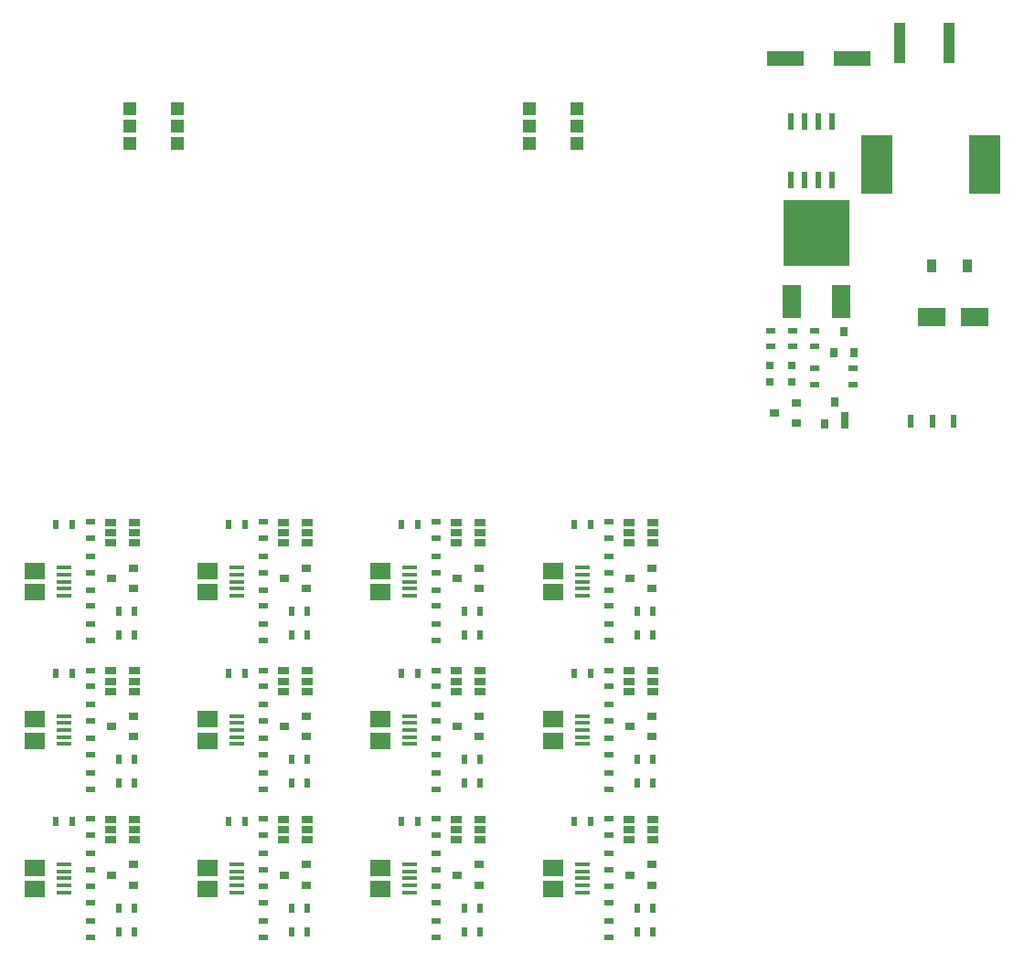
<source format=gtp>
%MOIN*%
%OFA0B0*%
%FSLAX46Y46*%
%IPPOS*%
%LPD*%
%ADD10C,0.0039370078740157488*%
%ADD11R,0.074803149606299218X0.059055118110236227*%
%ADD12R,0.053149606299212608X0.015748031496062995*%
%ADD13R,0.035433070866141732X0.031496062992125991*%
%ADD14R,0.041732283464566935X0.025590551181102365*%
%ADD15R,0.035433070866141732X0.01968503937007874*%
%ADD16R,0.01968503937007874X0.035433070866141732*%
%ADD27C,0.0039370078740157488*%
%ADD28R,0.074803149606299218X0.059055118110236227*%
%ADD29R,0.053149606299212608X0.015748031496062995*%
%ADD30R,0.035433070866141732X0.031496062992125991*%
%ADD31R,0.041732283464566935X0.025590551181102365*%
%ADD32R,0.035433070866141732X0.01968503937007874*%
%ADD33R,0.01968503937007874X0.035433070866141732*%
%ADD34C,0.0039370078740157488*%
%ADD35R,0.074803149606299218X0.059055118110236227*%
%ADD36R,0.053149606299212608X0.015748031496062995*%
%ADD37R,0.035433070866141732X0.031496062992125991*%
%ADD38R,0.041732283464566935X0.025590551181102365*%
%ADD39R,0.035433070866141732X0.01968503937007874*%
%ADD40R,0.01968503937007874X0.035433070866141732*%
%ADD41C,0.0039370078740157488*%
%ADD42R,0.074803149606299218X0.059055118110236227*%
%ADD43R,0.053149606299212608X0.015748031496062995*%
%ADD44R,0.035433070866141732X0.031496062992125991*%
%ADD45R,0.041732283464566935X0.025590551181102365*%
%ADD46R,0.035433070866141732X0.01968503937007874*%
%ADD47R,0.01968503937007874X0.035433070866141732*%
%ADD48C,0.0039370078740157488*%
%ADD49R,0.074803149606299218X0.059055118110236227*%
%ADD50R,0.053149606299212608X0.015748031496062995*%
%ADD51R,0.035433070866141732X0.031496062992125991*%
%ADD52R,0.041732283464566935X0.025590551181102365*%
%ADD53R,0.035433070866141732X0.01968503937007874*%
%ADD54R,0.01968503937007874X0.035433070866141732*%
%ADD55C,0.0039370078740157488*%
%ADD56R,0.074803149606299218X0.059055118110236227*%
%ADD57R,0.053149606299212608X0.015748031496062995*%
%ADD58R,0.035433070866141732X0.031496062992125991*%
%ADD59R,0.041732283464566935X0.025590551181102365*%
%ADD60R,0.035433070866141732X0.01968503937007874*%
%ADD61R,0.01968503937007874X0.035433070866141732*%
%ADD62C,0.0039370078740157488*%
%ADD63R,0.074803149606299218X0.059055118110236227*%
%ADD64R,0.053149606299212608X0.015748031496062995*%
%ADD65R,0.035433070866141732X0.031496062992125991*%
%ADD66R,0.041732283464566935X0.025590551181102365*%
%ADD67R,0.035433070866141732X0.01968503937007874*%
%ADD68R,0.01968503937007874X0.035433070866141732*%
%ADD69C,0.0039370078740157488*%
%ADD70R,0.074803149606299218X0.059055118110236227*%
%ADD71R,0.053149606299212608X0.015748031496062995*%
%ADD72R,0.035433070866141732X0.031496062992125991*%
%ADD73R,0.041732283464566935X0.025590551181102365*%
%ADD74R,0.035433070866141732X0.01968503937007874*%
%ADD75R,0.01968503937007874X0.035433070866141732*%
%ADD76C,0.0039370078740157488*%
%ADD77R,0.074803149606299218X0.059055118110236227*%
%ADD78R,0.053149606299212608X0.015748031496062995*%
%ADD79R,0.035433070866141732X0.031496062992125991*%
%ADD80R,0.041732283464566935X0.025590551181102365*%
%ADD81R,0.035433070866141732X0.01968503937007874*%
%ADD82R,0.01968503937007874X0.035433070866141732*%
%ADD83C,0.0039370078740157488*%
%ADD84R,0.074803149606299218X0.059055118110236227*%
%ADD85R,0.053149606299212608X0.015748031496062995*%
%ADD86R,0.035433070866141732X0.031496062992125991*%
%ADD87R,0.041732283464566935X0.025590551181102365*%
%ADD88R,0.035433070866141732X0.01968503937007874*%
%ADD89R,0.01968503937007874X0.035433070866141732*%
%ADD90C,0.0039370078740157488*%
%ADD91R,0.074803149606299218X0.059055118110236227*%
%ADD92R,0.053149606299212608X0.015748031496062995*%
%ADD93R,0.035433070866141732X0.031496062992125991*%
%ADD94R,0.041732283464566935X0.025590551181102365*%
%ADD95R,0.035433070866141732X0.01968503937007874*%
%ADD96R,0.01968503937007874X0.035433070866141732*%
%ADD97C,0.0039370078740157488*%
%ADD98R,0.074803149606299218X0.059055118110236227*%
%ADD99R,0.053149606299212608X0.015748031496062995*%
%ADD100R,0.035433070866141732X0.031496062992125991*%
%ADD101R,0.041732283464566935X0.025590551181102365*%
%ADD102R,0.035433070866141732X0.01968503937007874*%
%ADD103R,0.01968503937007874X0.035433070866141732*%
%ADD104C,0.0039370078740157488*%
%ADD105R,0.065X0.12000000000000001*%
%ADD106R,0.24000000000000002X0.24000000000000002*%
%ADD107R,0.03937007874015748X0.14960629921259844*%
%ADD108R,0.13385826771653545X0.055118110236220472*%
%ADD109R,0.01968503937007874X0.047244094488188976*%
%ADD110R,0.023622047244094488X0.0610236220472441*%
%ADD111R,0.1141732283464567X0.21259842519685043*%
%ADD112R,0.031496062992125991X0.035433070866141732*%
%ADD113R,0.035433070866141732X0.047244094488188976*%
%ADD114R,0.0984251968503937X0.070866141732283464*%
%ADD115R,0.029527559055118113X0.031496062992125991*%
%ADD116R,0.035433070866141732X0.01968503937007874*%
%ADD117R,0.035433070866141732X0.031496062992125991*%
%ADD118R,0.031496062992125991X0.03937007874015748*%
%ADD119C,0.0039370078740157488*%
%ADD120R,0.047244094488188976X0.047244094488188976*%
%ADD121C,0.0039370078740157488*%
%ADD122R,0.047244094488188976X0.047244094488188976*%
%ADD123C,0.0039370078740157488*%
%ADD124C,0.0039370078740157488*%
G01G01*
D10*
D11*
X0000196850Y0001181102D02*
X0000275984Y0001409448D03*
D12*
X0000382283Y0001474409D03*
X0000382283Y0001500000D03*
X0000382283Y0001397637D03*
X0000382283Y0001423228D03*
X0000382283Y0001448818D03*
D11*
X0000275984Y0001488188D03*
D13*
X0000635433Y0001424409D03*
X0000635433Y0001499212D03*
X0000556692Y0001461810D03*
D14*
X0000553937Y0001664566D03*
X0000553937Y0001627165D03*
X0000553937Y0001589763D03*
X0000640551Y0001589763D03*
X0000640551Y0001664566D03*
X0000640551Y0001627165D03*
D15*
X0000481102Y0001666929D03*
X0000481102Y0001607874D03*
X0000481102Y0001481889D03*
X0000481102Y0001540944D03*
D16*
X0000412598Y0001656299D03*
X0000353543Y0001656299D03*
D15*
X0000481102Y0001360236D03*
X0000481102Y0001419291D03*
X0000481102Y0001292913D03*
X0000481102Y0001233858D03*
D16*
X0000640944Y0001254724D03*
X0000581889Y0001254724D03*
X0000640944Y0001340944D03*
X0000581889Y0001340944D03*
G04 next file*
G04 Gerber Fmt 4.6, Leading zero omitted, Abs format (unit mm)*
G04 Created by KiCad (PCBNEW 4.0.7) date 11/16/17 17:14:57*
G01G01*
G04 APERTURE LIST*
G04 APERTURE END LIST*
D27*
D28*
X0000196850Y0000639763D02*
X0000275984Y0000868110D03*
D29*
X0000382283Y0000933070D03*
X0000382283Y0000958661D03*
X0000382283Y0000856299D03*
X0000382283Y0000881889D03*
X0000382283Y0000907480D03*
D28*
X0000275984Y0000946850D03*
D30*
X0000635433Y0000883070D03*
X0000635433Y0000957874D03*
X0000556692Y0000920472D03*
D31*
X0000553937Y0001123228D03*
X0000553937Y0001085826D03*
X0000553937Y0001048425D03*
X0000640551Y0001048425D03*
X0000640551Y0001123228D03*
X0000640551Y0001085826D03*
D32*
X0000481102Y0001125590D03*
X0000481102Y0001066535D03*
X0000481102Y0000940551D03*
X0000481102Y0000999606D03*
D33*
X0000412598Y0001114960D03*
X0000353543Y0001114960D03*
D32*
X0000481102Y0000818897D03*
X0000481102Y0000877952D03*
X0000481102Y0000751574D03*
X0000481102Y0000692519D03*
D33*
X0000640944Y0000713385D03*
X0000581889Y0000713385D03*
X0000640944Y0000799606D03*
X0000581889Y0000799606D03*
G04 next file*
G04 Gerber Fmt 4.6, Leading zero omitted, Abs format (unit mm)*
G04 Created by KiCad (PCBNEW 4.0.7) date 11/16/17 17:14:57*
G01G01*
G04 APERTURE LIST*
G04 APERTURE END LIST*
D34*
D35*
X0000196850Y0000098425D02*
X0000275984Y0000326771D03*
D36*
X0000382283Y0000391732D03*
X0000382283Y0000417322D03*
X0000382283Y0000314960D03*
X0000382283Y0000340551D03*
X0000382283Y0000366141D03*
D35*
X0000275984Y0000405511D03*
D37*
X0000635433Y0000341732D03*
X0000635433Y0000416535D03*
X0000556692Y0000379133D03*
D38*
X0000553937Y0000581889D03*
X0000553937Y0000544488D03*
X0000553937Y0000507086D03*
X0000640551Y0000507086D03*
X0000640551Y0000581889D03*
X0000640551Y0000544488D03*
D39*
X0000481102Y0000584251D03*
X0000481102Y0000525196D03*
X0000481102Y0000399212D03*
X0000481102Y0000458267D03*
D40*
X0000412598Y0000573622D03*
X0000353543Y0000573622D03*
D39*
X0000481102Y0000277559D03*
X0000481102Y0000336614D03*
X0000481102Y0000210236D03*
X0000481102Y0000151181D03*
D40*
X0000640944Y0000172047D03*
X0000581889Y0000172047D03*
X0000640944Y0000258267D03*
X0000581889Y0000258267D03*
G04 next file*
G04 Gerber Fmt 4.6, Leading zero omitted, Abs format (unit mm)*
G04 Created by KiCad (PCBNEW 4.0.7) date 11/16/17 17:14:57*
G01G01*
G04 APERTURE LIST*
G04 APERTURE END LIST*
D41*
D42*
X0000826771Y0001181102D02*
X0000905905Y0001409448D03*
D43*
X0001012204Y0001474409D03*
X0001012204Y0001500000D03*
X0001012204Y0001397637D03*
X0001012204Y0001423228D03*
X0001012204Y0001448818D03*
D42*
X0000905905Y0001488188D03*
D44*
X0001265354Y0001424409D03*
X0001265354Y0001499212D03*
X0001186614Y0001461810D03*
D45*
X0001183858Y0001664566D03*
X0001183858Y0001627165D03*
X0001183858Y0001589763D03*
X0001270472Y0001589763D03*
X0001270472Y0001664566D03*
X0001270472Y0001627165D03*
D46*
X0001111023Y0001666929D03*
X0001111023Y0001607874D03*
X0001111023Y0001481889D03*
X0001111023Y0001540944D03*
D47*
X0001042519Y0001656299D03*
X0000983464Y0001656299D03*
D46*
X0001111023Y0001360236D03*
X0001111023Y0001419291D03*
X0001111023Y0001292913D03*
X0001111023Y0001233858D03*
D47*
X0001270866Y0001254724D03*
X0001211811Y0001254724D03*
X0001270866Y0001340944D03*
X0001211811Y0001340944D03*
G04 next file*
G04 Gerber Fmt 4.6, Leading zero omitted, Abs format (unit mm)*
G04 Created by KiCad (PCBNEW 4.0.7) date 11/16/17 17:14:57*
G01G01*
G04 APERTURE LIST*
G04 APERTURE END LIST*
D48*
D49*
X0000826771Y0000639763D02*
X0000905905Y0000868110D03*
D50*
X0001012204Y0000933070D03*
X0001012204Y0000958661D03*
X0001012204Y0000856299D03*
X0001012204Y0000881889D03*
X0001012204Y0000907480D03*
D49*
X0000905905Y0000946850D03*
D51*
X0001265354Y0000883070D03*
X0001265354Y0000957874D03*
X0001186614Y0000920472D03*
D52*
X0001183858Y0001123228D03*
X0001183858Y0001085826D03*
X0001183858Y0001048425D03*
X0001270472Y0001048425D03*
X0001270472Y0001123228D03*
X0001270472Y0001085826D03*
D53*
X0001111023Y0001125590D03*
X0001111023Y0001066535D03*
X0001111023Y0000940551D03*
X0001111023Y0000999606D03*
D54*
X0001042519Y0001114960D03*
X0000983464Y0001114960D03*
D53*
X0001111023Y0000818897D03*
X0001111023Y0000877952D03*
X0001111023Y0000751574D03*
X0001111023Y0000692519D03*
D54*
X0001270866Y0000713385D03*
X0001211811Y0000713385D03*
X0001270866Y0000799606D03*
X0001211811Y0000799606D03*
G04 next file*
G04 Gerber Fmt 4.6, Leading zero omitted, Abs format (unit mm)*
G04 Created by KiCad (PCBNEW 4.0.7) date 11/16/17 17:14:57*
G01G01*
G04 APERTURE LIST*
G04 APERTURE END LIST*
D55*
D56*
X0000826771Y0000098425D02*
X0000905905Y0000326771D03*
D57*
X0001012204Y0000391732D03*
X0001012204Y0000417322D03*
X0001012204Y0000314960D03*
X0001012204Y0000340551D03*
X0001012204Y0000366141D03*
D56*
X0000905905Y0000405511D03*
D58*
X0001265354Y0000341732D03*
X0001265354Y0000416535D03*
X0001186614Y0000379133D03*
D59*
X0001183858Y0000581889D03*
X0001183858Y0000544488D03*
X0001183858Y0000507086D03*
X0001270472Y0000507086D03*
X0001270472Y0000581889D03*
X0001270472Y0000544488D03*
D60*
X0001111023Y0000584251D03*
X0001111023Y0000525196D03*
X0001111023Y0000399212D03*
X0001111023Y0000458267D03*
D61*
X0001042519Y0000573622D03*
X0000983464Y0000573622D03*
D60*
X0001111023Y0000277559D03*
X0001111023Y0000336614D03*
X0001111023Y0000210236D03*
X0001111023Y0000151181D03*
D61*
X0001270866Y0000172047D03*
X0001211811Y0000172047D03*
X0001270866Y0000258267D03*
X0001211811Y0000258267D03*
G04 next file*
G04 Gerber Fmt 4.6, Leading zero omitted, Abs format (unit mm)*
G04 Created by KiCad (PCBNEW 4.0.7) date 11/16/17 17:14:57*
G01G01*
G04 APERTURE LIST*
G04 APERTURE END LIST*
D62*
D63*
X0001456692Y0001181102D02*
X0001535826Y0001409448D03*
D64*
X0001642125Y0001474409D03*
X0001642125Y0001500000D03*
X0001642125Y0001397637D03*
X0001642125Y0001423228D03*
X0001642125Y0001448818D03*
D63*
X0001535826Y0001488188D03*
D65*
X0001895275Y0001424409D03*
X0001895275Y0001499212D03*
X0001816535Y0001461810D03*
D66*
X0001813779Y0001664566D03*
X0001813779Y0001627165D03*
X0001813779Y0001589763D03*
X0001900393Y0001589763D03*
X0001900393Y0001664566D03*
X0001900393Y0001627165D03*
D67*
X0001740944Y0001666929D03*
X0001740944Y0001607874D03*
X0001740944Y0001481889D03*
X0001740944Y0001540944D03*
D68*
X0001672440Y0001656299D03*
X0001613385Y0001656299D03*
D67*
X0001740944Y0001360236D03*
X0001740944Y0001419291D03*
X0001740944Y0001292913D03*
X0001740944Y0001233858D03*
D68*
X0001900787Y0001254724D03*
X0001841732Y0001254724D03*
X0001900787Y0001340944D03*
X0001841732Y0001340944D03*
G04 next file*
G04 Gerber Fmt 4.6, Leading zero omitted, Abs format (unit mm)*
G04 Created by KiCad (PCBNEW 4.0.7) date 11/16/17 17:14:57*
G01G01*
G04 APERTURE LIST*
G04 APERTURE END LIST*
D69*
D70*
X0001456692Y0000639763D02*
X0001535826Y0000868110D03*
D71*
X0001642125Y0000933070D03*
X0001642125Y0000958661D03*
X0001642125Y0000856299D03*
X0001642125Y0000881889D03*
X0001642125Y0000907480D03*
D70*
X0001535826Y0000946850D03*
D72*
X0001895275Y0000883070D03*
X0001895275Y0000957874D03*
X0001816535Y0000920472D03*
D73*
X0001813779Y0001123228D03*
X0001813779Y0001085826D03*
X0001813779Y0001048425D03*
X0001900393Y0001048425D03*
X0001900393Y0001123228D03*
X0001900393Y0001085826D03*
D74*
X0001740944Y0001125590D03*
X0001740944Y0001066535D03*
X0001740944Y0000940551D03*
X0001740944Y0000999606D03*
D75*
X0001672440Y0001114960D03*
X0001613385Y0001114960D03*
D74*
X0001740944Y0000818897D03*
X0001740944Y0000877952D03*
X0001740944Y0000751574D03*
X0001740944Y0000692519D03*
D75*
X0001900787Y0000713385D03*
X0001841732Y0000713385D03*
X0001900787Y0000799606D03*
X0001841732Y0000799606D03*
G04 next file*
G04 Gerber Fmt 4.6, Leading zero omitted, Abs format (unit mm)*
G04 Created by KiCad (PCBNEW 4.0.7) date 11/16/17 17:14:57*
G01G01*
G04 APERTURE LIST*
G04 APERTURE END LIST*
D76*
D77*
X0001456692Y0000098425D02*
X0001535826Y0000326771D03*
D78*
X0001642125Y0000391732D03*
X0001642125Y0000417322D03*
X0001642125Y0000314960D03*
X0001642125Y0000340551D03*
X0001642125Y0000366141D03*
D77*
X0001535826Y0000405511D03*
D79*
X0001895275Y0000341732D03*
X0001895275Y0000416535D03*
X0001816535Y0000379133D03*
D80*
X0001813779Y0000581889D03*
X0001813779Y0000544488D03*
X0001813779Y0000507086D03*
X0001900393Y0000507086D03*
X0001900393Y0000581889D03*
X0001900393Y0000544488D03*
D81*
X0001740944Y0000584251D03*
X0001740944Y0000525196D03*
X0001740944Y0000399212D03*
X0001740944Y0000458267D03*
D82*
X0001672440Y0000573622D03*
X0001613385Y0000573622D03*
D81*
X0001740944Y0000277559D03*
X0001740944Y0000336614D03*
X0001740944Y0000210236D03*
X0001740944Y0000151181D03*
D82*
X0001900787Y0000172047D03*
X0001841732Y0000172047D03*
X0001900787Y0000258267D03*
X0001841732Y0000258267D03*
G04 next file*
G04 Gerber Fmt 4.6, Leading zero omitted, Abs format (unit mm)*
G04 Created by KiCad (PCBNEW 4.0.7) date 11/16/17 17:14:57*
G01G01*
G04 APERTURE LIST*
G04 APERTURE END LIST*
D83*
D84*
X0002086614Y0001181102D02*
X0002165748Y0001409448D03*
D85*
X0002272047Y0001474409D03*
X0002272047Y0001500000D03*
X0002272047Y0001397637D03*
X0002272047Y0001423228D03*
X0002272047Y0001448818D03*
D84*
X0002165748Y0001488188D03*
D86*
X0002525196Y0001424409D03*
X0002525196Y0001499212D03*
X0002446456Y0001461810D03*
D87*
X0002443700Y0001664566D03*
X0002443700Y0001627165D03*
X0002443700Y0001589763D03*
X0002530314Y0001589763D03*
X0002530314Y0001664566D03*
X0002530314Y0001627165D03*
D88*
X0002370866Y0001666929D03*
X0002370866Y0001607874D03*
X0002370866Y0001481889D03*
X0002370866Y0001540944D03*
D89*
X0002302362Y0001656299D03*
X0002243307Y0001656299D03*
D88*
X0002370866Y0001360236D03*
X0002370866Y0001419291D03*
X0002370866Y0001292913D03*
X0002370866Y0001233858D03*
D89*
X0002530708Y0001254724D03*
X0002471653Y0001254724D03*
X0002530708Y0001340944D03*
X0002471653Y0001340944D03*
G04 next file*
G04 Gerber Fmt 4.6, Leading zero omitted, Abs format (unit mm)*
G04 Created by KiCad (PCBNEW 4.0.7) date 11/16/17 17:14:57*
G01G01*
G04 APERTURE LIST*
G04 APERTURE END LIST*
D90*
D91*
X0002086614Y0000639763D02*
X0002165748Y0000868110D03*
D92*
X0002272047Y0000933070D03*
X0002272047Y0000958661D03*
X0002272047Y0000856299D03*
X0002272047Y0000881889D03*
X0002272047Y0000907480D03*
D91*
X0002165748Y0000946850D03*
D93*
X0002525196Y0000883070D03*
X0002525196Y0000957874D03*
X0002446456Y0000920472D03*
D94*
X0002443700Y0001123228D03*
X0002443700Y0001085826D03*
X0002443700Y0001048425D03*
X0002530314Y0001048425D03*
X0002530314Y0001123228D03*
X0002530314Y0001085826D03*
D95*
X0002370866Y0001125590D03*
X0002370866Y0001066535D03*
X0002370866Y0000940551D03*
X0002370866Y0000999606D03*
D96*
X0002302362Y0001114960D03*
X0002243307Y0001114960D03*
D95*
X0002370866Y0000818897D03*
X0002370866Y0000877952D03*
X0002370866Y0000751574D03*
X0002370866Y0000692519D03*
D96*
X0002530708Y0000713385D03*
X0002471653Y0000713385D03*
X0002530708Y0000799606D03*
X0002471653Y0000799606D03*
G04 next file*
G04 Gerber Fmt 4.6, Leading zero omitted, Abs format (unit mm)*
G04 Created by KiCad (PCBNEW 4.0.7) date 11/16/17 17:14:57*
G01G01*
G04 APERTURE LIST*
G04 APERTURE END LIST*
D97*
D98*
X0002086614Y0000098425D02*
X0002165748Y0000326771D03*
D99*
X0002272047Y0000391732D03*
X0002272047Y0000417322D03*
X0002272047Y0000314960D03*
X0002272047Y0000340551D03*
X0002272047Y0000366141D03*
D98*
X0002165748Y0000405511D03*
D100*
X0002525196Y0000341732D03*
X0002525196Y0000416535D03*
X0002446456Y0000379133D03*
D101*
X0002443700Y0000581889D03*
X0002443700Y0000544488D03*
X0002443700Y0000507086D03*
X0002530314Y0000507086D03*
X0002530314Y0000581889D03*
X0002530314Y0000544488D03*
D102*
X0002370866Y0000584251D03*
X0002370866Y0000525196D03*
X0002370866Y0000399212D03*
X0002370866Y0000458267D03*
D103*
X0002302362Y0000573622D03*
X0002243307Y0000573622D03*
D102*
X0002370866Y0000277559D03*
X0002370866Y0000336614D03*
X0002370866Y0000210236D03*
X0002370866Y0000151181D03*
D103*
X0002530708Y0000172047D03*
X0002471653Y0000172047D03*
X0002530708Y0000258267D03*
X0002471653Y0000258267D03*
G04 next file*
G04 Gerber Fmt 4.6, Leading zero omitted, Abs format (unit mm)*
G04 Created by KiCad (PCBNEW 4.0.7) date 11/16/17 22:09:06*
G01G01*
G04 APERTURE LIST*
G04 APERTURE END LIST*
D104*
D105*
X0002913385Y0003937007D02*
X0003036535Y0002472440D03*
D106*
X0003126535Y0002722440D03*
D105*
X0003216535Y0002472440D03*
D107*
X0003431102Y0003413385D03*
X0003608267Y0003413385D03*
D108*
X0003012598Y0003358267D03*
X0003256692Y0003358267D03*
D109*
X0003548425Y0002035039D03*
X0003627165Y0002035039D03*
X0003469685Y0002035039D03*
D110*
X0003031299Y0002915354D03*
X0003081299Y0002915354D03*
X0003131299Y0002915354D03*
X0003181299Y0002915354D03*
X0003181299Y0003127952D03*
X0003131299Y0003127952D03*
X0003081299Y0003127952D03*
X0003031299Y0003127952D03*
D111*
X0003738582Y0002970472D03*
X0003346456Y0002970472D03*
D112*
X0003188976Y0002283464D03*
X0003263779Y0002283464D03*
X0003226377Y0002362204D03*
D113*
X0003545275Y0002602362D03*
X0003675196Y0002602362D03*
D114*
X0003545275Y0002413385D03*
X0003702755Y0002413385D03*
D115*
X0003037401Y0002177165D03*
X0003037401Y0002236220D03*
X0002956692Y0002179133D03*
X0002956692Y0002238188D03*
D116*
X0002960629Y0002365157D03*
X0002960629Y0002306102D03*
X0003118110Y0002306102D03*
X0003118110Y0002365157D03*
X0003039370Y0002365157D03*
X0003039370Y0002306102D03*
D117*
X0003053149Y0002027559D03*
X0003053149Y0002102362D03*
X0002974409Y0002064960D03*
D116*
X0003118110Y0002167322D03*
X0003118110Y0002226377D03*
X0003259842Y0002226377D03*
X0003259842Y0002167322D03*
D112*
X0003155511Y0002025590D03*
X0003230314Y0002025590D03*
X0003192913Y0002104330D03*
D118*
X0003230314Y0002047244D03*
G04 next file*
G04 Gerber Fmt 4.6, Leading zero omitted, Abs format (unit mm)*
G04 Created by KiCad (PCBNEW 4.0.7) date 11/16/17 20:56:22*
G01G01*
G04 APERTURE LIST*
G04 APERTURE END LIST*
D119*
D120*
X0001456692Y0003937007D02*
X0002253937Y0003175196D03*
X0002253937Y0003112204D03*
X0002080708Y0003175196D03*
X0002080708Y0003112204D03*
X0002080708Y0003049212D03*
X0002253937Y0003049212D03*
G04 next file*
G04 Gerber Fmt 4.6, Leading zero omitted, Abs format (unit mm)*
G04 Created by KiCad (PCBNEW 4.0.7) date 11/16/17 21:01:15*
G01G01*
G04 APERTURE LIST*
G04 APERTURE END LIST*
D121*
D122*
X0000000000Y0003937007D02*
X0000797244Y0003175196D03*
X0000797244Y0003112204D03*
X0000624015Y0003175196D03*
X0000624015Y0003112204D03*
X0000624015Y0003049212D03*
X0000797244Y0003049212D03*
G04 next file*
G04 Gerber Fmt 4.6, Leading zero omitted, Abs format (unit mm)*
G04 Created by KiCad (PCBNEW 4.0.7) date 11/16/17 21:03:46*
G01G01*
G04 APERTURE LIST*
G04 APERTURE END LIST*
D123*
G04 next file*
G04 Gerber Fmt 4.6, Leading zero omitted, Abs format (unit mm)*
G04 Created by KiCad (PCBNEW 4.0.7) date 11/16/17 21:03:46*
G01G01*
G04 APERTURE LIST*
G04 APERTURE END LIST*
D124*
M02*
</source>
